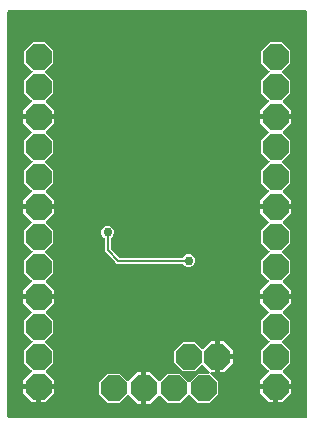
<source format=gbl>
G04 EAGLE Gerber X2 export*
%TF.Part,Single*%
%TF.FileFunction,Copper,L2,Bot,Mixed*%
%TF.FilePolarity,Positive*%
%TF.GenerationSoftware,Autodesk,EAGLE,9.0.0*%
%TF.CreationDate,2018-06-07T14:32:50Z*%
G75*
%MOMM*%
%FSLAX34Y34*%
%LPD*%
%AMOC8*
5,1,8,0,0,1.08239X$1,22.5*%
G01*
%ADD10P,2.336880X8X112.500000*%
%ADD11P,2.336880X8X292.500000*%
%ADD12P,2.336880X8X22.500000*%
%ADD13C,0.756400*%
%ADD14C,0.203200*%

G36*
X251518Y-1007D02*
X251518Y-1007D01*
X251576Y-1009D01*
X251658Y-987D01*
X251742Y-975D01*
X251795Y-952D01*
X251851Y-937D01*
X251924Y-894D01*
X252001Y-859D01*
X252046Y-821D01*
X252096Y-792D01*
X252154Y-730D01*
X252218Y-676D01*
X252250Y-627D01*
X252290Y-584D01*
X252329Y-509D01*
X252376Y-439D01*
X252393Y-383D01*
X252420Y-331D01*
X252431Y-263D01*
X252461Y-168D01*
X252464Y-68D01*
X252475Y0D01*
X252475Y342900D01*
X252467Y342958D01*
X252469Y343016D01*
X252447Y343098D01*
X252435Y343182D01*
X252412Y343235D01*
X252397Y343291D01*
X252354Y343364D01*
X252319Y343441D01*
X252281Y343486D01*
X252252Y343536D01*
X252190Y343594D01*
X252136Y343658D01*
X252087Y343690D01*
X252044Y343730D01*
X251969Y343769D01*
X251899Y343816D01*
X251843Y343833D01*
X251791Y343860D01*
X251723Y343871D01*
X251628Y343901D01*
X251528Y343904D01*
X251460Y343915D01*
X0Y343915D01*
X-58Y343907D01*
X-116Y343909D01*
X-198Y343887D01*
X-282Y343875D01*
X-335Y343852D01*
X-391Y343837D01*
X-464Y343794D01*
X-541Y343759D01*
X-586Y343721D01*
X-636Y343692D01*
X-694Y343630D01*
X-758Y343576D01*
X-790Y343527D01*
X-830Y343484D01*
X-869Y343409D01*
X-916Y343339D01*
X-933Y343283D01*
X-960Y343231D01*
X-971Y343163D01*
X-1001Y343068D01*
X-1004Y342968D01*
X-1015Y342900D01*
X-1015Y0D01*
X-1007Y-58D01*
X-1009Y-116D01*
X-987Y-198D01*
X-975Y-282D01*
X-952Y-335D01*
X-937Y-391D01*
X-894Y-464D01*
X-859Y-541D01*
X-821Y-586D01*
X-792Y-636D01*
X-730Y-694D01*
X-676Y-758D01*
X-627Y-790D01*
X-584Y-830D01*
X-509Y-869D01*
X-439Y-916D01*
X-383Y-933D01*
X-331Y-960D01*
X-263Y-971D01*
X-168Y-1001D01*
X-68Y-1004D01*
X0Y-1015D01*
X251460Y-1015D01*
X251518Y-1007D01*
G37*
%LPC*%
G36*
X226059Y25399D02*
X226059Y25399D01*
X226059Y26416D01*
X226051Y26471D01*
X226052Y26513D01*
X226052Y26515D01*
X226052Y26532D01*
X226031Y26614D01*
X226019Y26697D01*
X225995Y26751D01*
X225981Y26807D01*
X225938Y26880D01*
X225903Y26957D01*
X225865Y27002D01*
X225835Y27052D01*
X225774Y27110D01*
X225719Y27174D01*
X225671Y27206D01*
X225628Y27246D01*
X225553Y27285D01*
X225483Y27331D01*
X225427Y27349D01*
X225375Y27376D01*
X225307Y27387D01*
X225212Y27417D01*
X225112Y27420D01*
X225044Y27431D01*
X212724Y27431D01*
X212724Y30924D01*
X219901Y38101D01*
X219936Y38147D01*
X219979Y38188D01*
X220021Y38260D01*
X220072Y38328D01*
X220093Y38382D01*
X220122Y38433D01*
X220143Y38514D01*
X220173Y38593D01*
X220178Y38652D01*
X220192Y38708D01*
X220190Y38793D01*
X220197Y38877D01*
X220185Y38934D01*
X220183Y38992D01*
X220157Y39073D01*
X220141Y39155D01*
X220114Y39207D01*
X220096Y39263D01*
X220056Y39319D01*
X220010Y39408D01*
X219941Y39480D01*
X219901Y39536D01*
X213740Y45697D01*
X213740Y55903D01*
X220619Y62782D01*
X220655Y62829D01*
X220697Y62869D01*
X220740Y62942D01*
X220790Y63009D01*
X220811Y63064D01*
X220841Y63114D01*
X220861Y63196D01*
X220892Y63275D01*
X220896Y63333D01*
X220911Y63390D01*
X220908Y63474D01*
X220915Y63558D01*
X220904Y63616D01*
X220902Y63674D01*
X220876Y63754D01*
X220859Y63837D01*
X220832Y63889D01*
X220814Y63945D01*
X220774Y64001D01*
X220728Y64089D01*
X220659Y64162D01*
X220619Y64218D01*
X213740Y71097D01*
X213740Y81303D01*
X219901Y87464D01*
X219936Y87510D01*
X219979Y87551D01*
X220021Y87623D01*
X220072Y87691D01*
X220093Y87746D01*
X220122Y87796D01*
X220143Y87878D01*
X220173Y87957D01*
X220178Y88015D01*
X220192Y88071D01*
X220190Y88156D01*
X220197Y88240D01*
X220185Y88297D01*
X220183Y88356D01*
X220157Y88436D01*
X220141Y88519D01*
X220114Y88570D01*
X220096Y88626D01*
X220056Y88682D01*
X220010Y88771D01*
X219941Y88843D01*
X219901Y88899D01*
X212724Y96076D01*
X212724Y99569D01*
X225044Y99569D01*
X225102Y99577D01*
X225160Y99575D01*
X225242Y99597D01*
X225325Y99609D01*
X225379Y99633D01*
X225435Y99647D01*
X225508Y99690D01*
X225585Y99725D01*
X225629Y99763D01*
X225680Y99793D01*
X225737Y99854D01*
X225802Y99909D01*
X225834Y99957D01*
X225874Y100000D01*
X225913Y100075D01*
X225959Y100145D01*
X225977Y100201D01*
X226004Y100253D01*
X226015Y100321D01*
X226045Y100416D01*
X226048Y100516D01*
X226059Y100584D01*
X226059Y102616D01*
X226051Y102674D01*
X226052Y102732D01*
X226031Y102814D01*
X226019Y102897D01*
X225995Y102951D01*
X225981Y103007D01*
X225938Y103080D01*
X225903Y103157D01*
X225865Y103202D01*
X225835Y103252D01*
X225774Y103310D01*
X225719Y103374D01*
X225671Y103406D01*
X225628Y103446D01*
X225553Y103485D01*
X225483Y103531D01*
X225427Y103549D01*
X225375Y103576D01*
X225307Y103587D01*
X225212Y103617D01*
X225112Y103620D01*
X225044Y103631D01*
X212724Y103631D01*
X212724Y107124D01*
X219901Y114301D01*
X219936Y114347D01*
X219979Y114388D01*
X220021Y114460D01*
X220072Y114528D01*
X220093Y114582D01*
X220122Y114633D01*
X220143Y114714D01*
X220173Y114793D01*
X220178Y114852D01*
X220192Y114908D01*
X220190Y114993D01*
X220197Y115077D01*
X220185Y115134D01*
X220183Y115192D01*
X220157Y115273D01*
X220141Y115355D01*
X220114Y115407D01*
X220096Y115463D01*
X220056Y115519D01*
X220010Y115608D01*
X219941Y115680D01*
X219901Y115736D01*
X213740Y121897D01*
X213740Y132103D01*
X220619Y138982D01*
X220655Y139029D01*
X220697Y139069D01*
X220740Y139142D01*
X220790Y139209D01*
X220811Y139264D01*
X220841Y139314D01*
X220861Y139396D01*
X220892Y139475D01*
X220896Y139533D01*
X220911Y139590D01*
X220908Y139674D01*
X220915Y139758D01*
X220904Y139816D01*
X220902Y139874D01*
X220876Y139954D01*
X220859Y140037D01*
X220832Y140089D01*
X220814Y140145D01*
X220774Y140201D01*
X220728Y140289D01*
X220659Y140362D01*
X220619Y140418D01*
X213740Y147297D01*
X213740Y157503D01*
X219901Y163664D01*
X219936Y163710D01*
X219979Y163751D01*
X220021Y163823D01*
X220072Y163891D01*
X220093Y163946D01*
X220122Y163996D01*
X220143Y164078D01*
X220173Y164157D01*
X220178Y164215D01*
X220192Y164271D01*
X220190Y164356D01*
X220197Y164440D01*
X220185Y164497D01*
X220183Y164556D01*
X220157Y164636D01*
X220141Y164719D01*
X220114Y164770D01*
X220096Y164826D01*
X220056Y164882D01*
X220010Y164971D01*
X219941Y165043D01*
X219901Y165099D01*
X212724Y172276D01*
X212724Y175769D01*
X225044Y175769D01*
X225102Y175777D01*
X225160Y175775D01*
X225242Y175797D01*
X225325Y175809D01*
X225379Y175833D01*
X225435Y175847D01*
X225508Y175890D01*
X225585Y175925D01*
X225629Y175963D01*
X225680Y175993D01*
X225737Y176054D01*
X225802Y176109D01*
X225834Y176157D01*
X225874Y176200D01*
X225913Y176275D01*
X225959Y176345D01*
X225977Y176401D01*
X226004Y176453D01*
X226015Y176521D01*
X226045Y176616D01*
X226048Y176716D01*
X226059Y176784D01*
X226059Y178816D01*
X226051Y178874D01*
X226052Y178932D01*
X226031Y179014D01*
X226019Y179097D01*
X225995Y179151D01*
X225981Y179207D01*
X225938Y179280D01*
X225903Y179357D01*
X225865Y179402D01*
X225835Y179452D01*
X225774Y179510D01*
X225719Y179574D01*
X225671Y179606D01*
X225628Y179646D01*
X225553Y179685D01*
X225483Y179731D01*
X225427Y179749D01*
X225375Y179776D01*
X225307Y179787D01*
X225212Y179817D01*
X225112Y179820D01*
X225044Y179831D01*
X212724Y179831D01*
X212724Y183324D01*
X219901Y190501D01*
X219936Y190547D01*
X219979Y190588D01*
X220021Y190660D01*
X220072Y190728D01*
X220093Y190782D01*
X220122Y190833D01*
X220143Y190914D01*
X220173Y190993D01*
X220178Y191052D01*
X220192Y191108D01*
X220190Y191193D01*
X220197Y191277D01*
X220185Y191334D01*
X220183Y191392D01*
X220157Y191473D01*
X220141Y191555D01*
X220114Y191607D01*
X220096Y191663D01*
X220056Y191719D01*
X220010Y191808D01*
X219941Y191880D01*
X219901Y191936D01*
X213740Y198097D01*
X213740Y208303D01*
X220619Y215182D01*
X220655Y215229D01*
X220697Y215269D01*
X220740Y215342D01*
X220790Y215409D01*
X220811Y215464D01*
X220841Y215514D01*
X220861Y215596D01*
X220892Y215675D01*
X220896Y215733D01*
X220911Y215790D01*
X220908Y215874D01*
X220915Y215958D01*
X220904Y216016D01*
X220902Y216074D01*
X220876Y216154D01*
X220859Y216237D01*
X220832Y216289D01*
X220814Y216345D01*
X220774Y216401D01*
X220728Y216489D01*
X220659Y216562D01*
X220619Y216618D01*
X213740Y223497D01*
X213740Y233703D01*
X219901Y239864D01*
X219936Y239910D01*
X219979Y239951D01*
X220021Y240023D01*
X220072Y240091D01*
X220093Y240146D01*
X220122Y240196D01*
X220143Y240278D01*
X220173Y240357D01*
X220178Y240415D01*
X220192Y240471D01*
X220190Y240556D01*
X220197Y240640D01*
X220185Y240697D01*
X220183Y240756D01*
X220157Y240836D01*
X220141Y240919D01*
X220114Y240970D01*
X220096Y241026D01*
X220056Y241082D01*
X220010Y241171D01*
X219954Y241230D01*
X219942Y241250D01*
X219925Y241266D01*
X219901Y241299D01*
X212724Y248476D01*
X212724Y251969D01*
X225044Y251969D01*
X225102Y251977D01*
X225160Y251975D01*
X225242Y251997D01*
X225325Y252009D01*
X225379Y252033D01*
X225435Y252047D01*
X225508Y252090D01*
X225585Y252125D01*
X225629Y252163D01*
X225680Y252193D01*
X225737Y252254D01*
X225802Y252309D01*
X225834Y252357D01*
X225874Y252400D01*
X225913Y252475D01*
X225959Y252545D01*
X225977Y252601D01*
X226004Y252653D01*
X226015Y252721D01*
X226045Y252816D01*
X226048Y252916D01*
X226059Y252984D01*
X226059Y255016D01*
X226051Y255074D01*
X226052Y255132D01*
X226031Y255214D01*
X226019Y255297D01*
X225995Y255351D01*
X225981Y255407D01*
X225938Y255480D01*
X225903Y255557D01*
X225865Y255602D01*
X225835Y255652D01*
X225774Y255710D01*
X225719Y255774D01*
X225671Y255806D01*
X225628Y255846D01*
X225553Y255885D01*
X225483Y255931D01*
X225427Y255949D01*
X225375Y255976D01*
X225307Y255987D01*
X225212Y256017D01*
X225112Y256020D01*
X225044Y256031D01*
X212724Y256031D01*
X212724Y259524D01*
X219901Y266701D01*
X219936Y266747D01*
X219979Y266788D01*
X220021Y266860D01*
X220072Y266928D01*
X220093Y266982D01*
X220122Y267033D01*
X220143Y267114D01*
X220173Y267193D01*
X220178Y267252D01*
X220192Y267308D01*
X220190Y267393D01*
X220197Y267477D01*
X220185Y267534D01*
X220183Y267592D01*
X220157Y267673D01*
X220141Y267755D01*
X220114Y267807D01*
X220096Y267863D01*
X220056Y267919D01*
X220010Y268008D01*
X219941Y268080D01*
X219901Y268136D01*
X213740Y274297D01*
X213740Y284503D01*
X220619Y291382D01*
X220655Y291429D01*
X220697Y291469D01*
X220740Y291542D01*
X220790Y291609D01*
X220811Y291664D01*
X220841Y291714D01*
X220861Y291796D01*
X220892Y291875D01*
X220896Y291933D01*
X220911Y291990D01*
X220908Y292074D01*
X220915Y292158D01*
X220904Y292216D01*
X220902Y292274D01*
X220876Y292354D01*
X220859Y292437D01*
X220832Y292489D01*
X220814Y292545D01*
X220774Y292601D01*
X220728Y292689D01*
X220659Y292762D01*
X220619Y292818D01*
X213740Y299697D01*
X213740Y309903D01*
X220957Y317120D01*
X231163Y317120D01*
X238380Y309903D01*
X238380Y299697D01*
X231501Y292818D01*
X231466Y292771D01*
X231423Y292731D01*
X231380Y292658D01*
X231330Y292591D01*
X231309Y292536D01*
X231279Y292486D01*
X231259Y292404D01*
X231228Y292325D01*
X231224Y292267D01*
X231209Y292210D01*
X231212Y292126D01*
X231205Y292042D01*
X231216Y291984D01*
X231218Y291926D01*
X231244Y291846D01*
X231261Y291763D01*
X231288Y291711D01*
X231306Y291655D01*
X231346Y291599D01*
X231392Y291511D01*
X231461Y291438D01*
X231501Y291382D01*
X238380Y284503D01*
X238380Y274297D01*
X232219Y268136D01*
X232184Y268090D01*
X232141Y268049D01*
X232099Y267977D01*
X232048Y267909D01*
X232027Y267854D01*
X231998Y267804D01*
X231977Y267722D01*
X231947Y267643D01*
X231942Y267585D01*
X231928Y267529D01*
X231930Y267444D01*
X231923Y267360D01*
X231935Y267303D01*
X231937Y267244D01*
X231963Y267164D01*
X231979Y267081D01*
X232006Y267030D01*
X232024Y266974D01*
X232064Y266918D01*
X232110Y266829D01*
X232179Y266757D01*
X232219Y266701D01*
X239396Y259524D01*
X239396Y256031D01*
X227076Y256031D01*
X227018Y256023D01*
X226960Y256025D01*
X226878Y256003D01*
X226795Y255991D01*
X226741Y255967D01*
X226685Y255953D01*
X226612Y255910D01*
X226535Y255875D01*
X226491Y255837D01*
X226440Y255807D01*
X226383Y255746D01*
X226318Y255691D01*
X226286Y255643D01*
X226246Y255600D01*
X226207Y255525D01*
X226161Y255455D01*
X226143Y255399D01*
X226116Y255347D01*
X226105Y255279D01*
X226075Y255184D01*
X226072Y255084D01*
X226061Y255016D01*
X226061Y252984D01*
X226069Y252926D01*
X226068Y252868D01*
X226089Y252786D01*
X226101Y252703D01*
X226125Y252649D01*
X226139Y252593D01*
X226182Y252520D01*
X226217Y252443D01*
X226255Y252398D01*
X226285Y252348D01*
X226346Y252290D01*
X226401Y252226D01*
X226449Y252194D01*
X226492Y252154D01*
X226567Y252115D01*
X226637Y252069D01*
X226693Y252051D01*
X226745Y252024D01*
X226813Y252013D01*
X226908Y251983D01*
X227008Y251980D01*
X227076Y251969D01*
X239396Y251969D01*
X239396Y248476D01*
X232219Y241299D01*
X232212Y241290D01*
X232211Y241289D01*
X232184Y241253D01*
X232141Y241212D01*
X232099Y241140D01*
X232048Y241072D01*
X232027Y241018D01*
X231998Y240967D01*
X231977Y240886D01*
X231947Y240807D01*
X231942Y240748D01*
X231928Y240692D01*
X231930Y240607D01*
X231923Y240523D01*
X231935Y240466D01*
X231937Y240408D01*
X231963Y240327D01*
X231979Y240245D01*
X232006Y240193D01*
X232024Y240137D01*
X232064Y240081D01*
X232110Y239992D01*
X232179Y239920D01*
X232219Y239864D01*
X238380Y233703D01*
X238380Y223497D01*
X231501Y216618D01*
X231466Y216571D01*
X231423Y216531D01*
X231380Y216458D01*
X231330Y216391D01*
X231309Y216336D01*
X231279Y216286D01*
X231259Y216204D01*
X231228Y216125D01*
X231224Y216067D01*
X231209Y216010D01*
X231212Y215926D01*
X231205Y215842D01*
X231216Y215784D01*
X231218Y215726D01*
X231244Y215646D01*
X231261Y215563D01*
X231288Y215511D01*
X231306Y215455D01*
X231346Y215399D01*
X231392Y215311D01*
X231461Y215238D01*
X231501Y215182D01*
X238380Y208303D01*
X238380Y198097D01*
X232219Y191936D01*
X232184Y191890D01*
X232141Y191849D01*
X232099Y191777D01*
X232048Y191709D01*
X232027Y191654D01*
X231998Y191604D01*
X231977Y191522D01*
X231947Y191443D01*
X231942Y191385D01*
X231928Y191329D01*
X231930Y191244D01*
X231923Y191160D01*
X231935Y191103D01*
X231937Y191044D01*
X231963Y190964D01*
X231979Y190881D01*
X232006Y190830D01*
X232024Y190774D01*
X232064Y190718D01*
X232110Y190629D01*
X232179Y190557D01*
X232219Y190501D01*
X239396Y183324D01*
X239396Y179831D01*
X227076Y179831D01*
X227018Y179823D01*
X226960Y179825D01*
X226878Y179803D01*
X226795Y179791D01*
X226741Y179767D01*
X226685Y179753D01*
X226612Y179710D01*
X226535Y179675D01*
X226491Y179637D01*
X226440Y179607D01*
X226383Y179546D01*
X226318Y179491D01*
X226286Y179443D01*
X226246Y179400D01*
X226207Y179325D01*
X226161Y179255D01*
X226143Y179199D01*
X226116Y179147D01*
X226105Y179079D01*
X226075Y178984D01*
X226072Y178884D01*
X226061Y178816D01*
X226061Y176784D01*
X226069Y176726D01*
X226068Y176668D01*
X226089Y176586D01*
X226101Y176503D01*
X226125Y176449D01*
X226139Y176393D01*
X226182Y176320D01*
X226217Y176243D01*
X226255Y176198D01*
X226285Y176148D01*
X226346Y176090D01*
X226401Y176026D01*
X226449Y175994D01*
X226492Y175954D01*
X226567Y175915D01*
X226637Y175869D01*
X226693Y175851D01*
X226745Y175824D01*
X226813Y175813D01*
X226908Y175783D01*
X227008Y175780D01*
X227076Y175769D01*
X239396Y175769D01*
X239396Y172276D01*
X232219Y165099D01*
X232184Y165053D01*
X232141Y165012D01*
X232099Y164940D01*
X232048Y164872D01*
X232027Y164818D01*
X231998Y164767D01*
X231977Y164686D01*
X231947Y164607D01*
X231942Y164548D01*
X231928Y164492D01*
X231930Y164407D01*
X231923Y164323D01*
X231935Y164266D01*
X231937Y164208D01*
X231963Y164127D01*
X231979Y164045D01*
X232006Y163993D01*
X232024Y163937D01*
X232064Y163881D01*
X232110Y163792D01*
X232179Y163720D01*
X232219Y163664D01*
X238380Y157503D01*
X238380Y147297D01*
X231501Y140418D01*
X231466Y140371D01*
X231423Y140331D01*
X231380Y140258D01*
X231330Y140191D01*
X231309Y140136D01*
X231279Y140086D01*
X231259Y140004D01*
X231228Y139925D01*
X231224Y139867D01*
X231209Y139810D01*
X231212Y139726D01*
X231205Y139642D01*
X231216Y139584D01*
X231218Y139526D01*
X231244Y139446D01*
X231261Y139363D01*
X231288Y139311D01*
X231306Y139255D01*
X231346Y139199D01*
X231392Y139111D01*
X231461Y139038D01*
X231501Y138982D01*
X238380Y132103D01*
X238380Y121897D01*
X232219Y115736D01*
X232184Y115690D01*
X232141Y115649D01*
X232099Y115577D01*
X232048Y115509D01*
X232027Y115454D01*
X231998Y115404D01*
X231977Y115322D01*
X231947Y115243D01*
X231942Y115185D01*
X231928Y115129D01*
X231930Y115044D01*
X231923Y114960D01*
X231935Y114903D01*
X231937Y114844D01*
X231963Y114764D01*
X231979Y114681D01*
X232006Y114630D01*
X232024Y114574D01*
X232064Y114518D01*
X232110Y114429D01*
X232179Y114357D01*
X232219Y114301D01*
X239396Y107124D01*
X239396Y103631D01*
X227076Y103631D01*
X227018Y103623D01*
X226960Y103625D01*
X226878Y103603D01*
X226795Y103591D01*
X226741Y103567D01*
X226685Y103553D01*
X226612Y103510D01*
X226535Y103475D01*
X226491Y103437D01*
X226440Y103407D01*
X226383Y103346D01*
X226318Y103291D01*
X226286Y103243D01*
X226246Y103200D01*
X226207Y103125D01*
X226161Y103055D01*
X226143Y102999D01*
X226116Y102947D01*
X226105Y102879D01*
X226075Y102784D01*
X226072Y102684D01*
X226061Y102616D01*
X226061Y100584D01*
X226069Y100526D01*
X226068Y100468D01*
X226089Y100386D01*
X226101Y100303D01*
X226125Y100249D01*
X226139Y100193D01*
X226182Y100120D01*
X226217Y100043D01*
X226255Y99998D01*
X226285Y99948D01*
X226346Y99890D01*
X226401Y99826D01*
X226449Y99794D01*
X226492Y99754D01*
X226567Y99715D01*
X226637Y99669D01*
X226693Y99651D01*
X226745Y99624D01*
X226813Y99613D01*
X226908Y99583D01*
X227008Y99580D01*
X227076Y99569D01*
X239396Y99569D01*
X239396Y96076D01*
X232219Y88899D01*
X232184Y88853D01*
X232141Y88812D01*
X232099Y88740D01*
X232048Y88672D01*
X232027Y88618D01*
X231998Y88567D01*
X231977Y88486D01*
X231947Y88407D01*
X231942Y88348D01*
X231928Y88292D01*
X231930Y88207D01*
X231923Y88123D01*
X231935Y88066D01*
X231937Y88008D01*
X231963Y87927D01*
X231979Y87845D01*
X232006Y87793D01*
X232024Y87737D01*
X232064Y87681D01*
X232110Y87592D01*
X232179Y87520D01*
X232219Y87464D01*
X238380Y81303D01*
X238380Y71097D01*
X231501Y64218D01*
X231466Y64171D01*
X231423Y64131D01*
X231380Y64058D01*
X231330Y63991D01*
X231309Y63936D01*
X231279Y63886D01*
X231259Y63804D01*
X231228Y63725D01*
X231224Y63667D01*
X231209Y63610D01*
X231212Y63526D01*
X231205Y63442D01*
X231216Y63384D01*
X231218Y63326D01*
X231244Y63246D01*
X231261Y63163D01*
X231288Y63111D01*
X231306Y63055D01*
X231346Y62999D01*
X231392Y62911D01*
X231461Y62838D01*
X231501Y62782D01*
X238380Y55903D01*
X238380Y45697D01*
X232219Y39536D01*
X232184Y39490D01*
X232141Y39449D01*
X232099Y39377D01*
X232048Y39309D01*
X232027Y39254D01*
X231998Y39204D01*
X231977Y39122D01*
X231947Y39043D01*
X231942Y38985D01*
X231928Y38929D01*
X231930Y38844D01*
X231923Y38760D01*
X231935Y38703D01*
X231937Y38644D01*
X231963Y38564D01*
X231979Y38481D01*
X232006Y38430D01*
X232024Y38374D01*
X232064Y38318D01*
X232110Y38229D01*
X232179Y38157D01*
X232219Y38101D01*
X239396Y30924D01*
X239396Y27431D01*
X227076Y27431D01*
X227018Y27423D01*
X226960Y27425D01*
X226878Y27403D01*
X226795Y27391D01*
X226741Y27367D01*
X226685Y27353D01*
X226612Y27310D01*
X226535Y27275D01*
X226491Y27237D01*
X226440Y27207D01*
X226383Y27146D01*
X226318Y27091D01*
X226286Y27043D01*
X226246Y27000D01*
X226207Y26925D01*
X226161Y26855D01*
X226143Y26799D01*
X226116Y26747D01*
X226105Y26679D01*
X226075Y26584D01*
X226072Y26484D01*
X226061Y26416D01*
X226061Y25399D01*
X226059Y25399D01*
G37*
%LPD*%
%LPC*%
G36*
X25399Y25399D02*
X25399Y25399D01*
X25399Y26416D01*
X25391Y26471D01*
X25392Y26513D01*
X25392Y26515D01*
X25392Y26532D01*
X25371Y26614D01*
X25359Y26697D01*
X25335Y26751D01*
X25321Y26807D01*
X25278Y26880D01*
X25243Y26957D01*
X25205Y27002D01*
X25175Y27052D01*
X25114Y27110D01*
X25059Y27174D01*
X25011Y27206D01*
X24968Y27246D01*
X24893Y27285D01*
X24823Y27331D01*
X24767Y27349D01*
X24715Y27376D01*
X24647Y27387D01*
X24552Y27417D01*
X24452Y27420D01*
X24384Y27431D01*
X12064Y27431D01*
X12064Y30924D01*
X19241Y38101D01*
X19276Y38147D01*
X19319Y38188D01*
X19361Y38260D01*
X19412Y38328D01*
X19433Y38382D01*
X19462Y38433D01*
X19483Y38514D01*
X19513Y38593D01*
X19518Y38652D01*
X19532Y38708D01*
X19530Y38793D01*
X19537Y38877D01*
X19525Y38934D01*
X19523Y38992D01*
X19497Y39073D01*
X19481Y39155D01*
X19454Y39207D01*
X19436Y39263D01*
X19396Y39319D01*
X19350Y39408D01*
X19281Y39480D01*
X19241Y39536D01*
X13080Y45697D01*
X13080Y55903D01*
X19959Y62782D01*
X19995Y62829D01*
X20037Y62869D01*
X20080Y62942D01*
X20130Y63009D01*
X20151Y63064D01*
X20181Y63114D01*
X20201Y63196D01*
X20232Y63275D01*
X20236Y63333D01*
X20251Y63390D01*
X20248Y63474D01*
X20255Y63558D01*
X20244Y63616D01*
X20242Y63674D01*
X20216Y63754D01*
X20199Y63837D01*
X20172Y63889D01*
X20154Y63945D01*
X20114Y64001D01*
X20068Y64089D01*
X19999Y64162D01*
X19959Y64218D01*
X13080Y71097D01*
X13080Y81303D01*
X19241Y87464D01*
X19276Y87510D01*
X19319Y87551D01*
X19361Y87623D01*
X19412Y87691D01*
X19433Y87746D01*
X19462Y87796D01*
X19483Y87878D01*
X19513Y87957D01*
X19518Y88015D01*
X19532Y88071D01*
X19530Y88156D01*
X19537Y88240D01*
X19525Y88297D01*
X19523Y88356D01*
X19497Y88436D01*
X19481Y88519D01*
X19454Y88570D01*
X19436Y88626D01*
X19396Y88682D01*
X19350Y88771D01*
X19281Y88843D01*
X19241Y88899D01*
X12064Y96076D01*
X12064Y99569D01*
X24384Y99569D01*
X24442Y99577D01*
X24500Y99575D01*
X24582Y99597D01*
X24665Y99609D01*
X24719Y99633D01*
X24775Y99647D01*
X24848Y99690D01*
X24925Y99725D01*
X24969Y99763D01*
X25020Y99793D01*
X25077Y99854D01*
X25142Y99909D01*
X25174Y99957D01*
X25214Y100000D01*
X25253Y100075D01*
X25299Y100145D01*
X25317Y100201D01*
X25344Y100253D01*
X25355Y100321D01*
X25385Y100416D01*
X25388Y100516D01*
X25399Y100584D01*
X25399Y102616D01*
X25391Y102674D01*
X25392Y102732D01*
X25371Y102814D01*
X25359Y102897D01*
X25335Y102951D01*
X25321Y103007D01*
X25278Y103080D01*
X25243Y103157D01*
X25205Y103202D01*
X25175Y103252D01*
X25114Y103310D01*
X25059Y103374D01*
X25011Y103406D01*
X24968Y103446D01*
X24893Y103485D01*
X24823Y103531D01*
X24767Y103549D01*
X24715Y103576D01*
X24647Y103587D01*
X24552Y103617D01*
X24452Y103620D01*
X24384Y103631D01*
X12064Y103631D01*
X12064Y107124D01*
X19241Y114301D01*
X19276Y114347D01*
X19319Y114388D01*
X19361Y114460D01*
X19412Y114528D01*
X19433Y114582D01*
X19462Y114633D01*
X19483Y114714D01*
X19513Y114793D01*
X19518Y114852D01*
X19532Y114908D01*
X19530Y114993D01*
X19537Y115077D01*
X19525Y115134D01*
X19523Y115192D01*
X19497Y115273D01*
X19481Y115355D01*
X19454Y115407D01*
X19436Y115463D01*
X19396Y115519D01*
X19350Y115608D01*
X19281Y115680D01*
X19241Y115736D01*
X13080Y121897D01*
X13080Y132103D01*
X19959Y138982D01*
X19995Y139029D01*
X20037Y139069D01*
X20080Y139142D01*
X20130Y139209D01*
X20151Y139264D01*
X20181Y139314D01*
X20201Y139396D01*
X20232Y139475D01*
X20236Y139533D01*
X20251Y139590D01*
X20248Y139674D01*
X20255Y139758D01*
X20244Y139816D01*
X20242Y139874D01*
X20216Y139954D01*
X20199Y140037D01*
X20172Y140089D01*
X20154Y140145D01*
X20114Y140201D01*
X20068Y140289D01*
X19999Y140362D01*
X19959Y140418D01*
X13080Y147297D01*
X13080Y157503D01*
X19241Y163664D01*
X19276Y163710D01*
X19319Y163751D01*
X19361Y163823D01*
X19412Y163891D01*
X19433Y163946D01*
X19462Y163996D01*
X19483Y164078D01*
X19513Y164157D01*
X19518Y164215D01*
X19532Y164271D01*
X19530Y164356D01*
X19537Y164440D01*
X19525Y164497D01*
X19523Y164556D01*
X19497Y164636D01*
X19481Y164719D01*
X19454Y164770D01*
X19436Y164826D01*
X19396Y164882D01*
X19350Y164971D01*
X19281Y165043D01*
X19241Y165099D01*
X12064Y172276D01*
X12064Y175769D01*
X24384Y175769D01*
X24442Y175777D01*
X24500Y175775D01*
X24582Y175797D01*
X24665Y175809D01*
X24719Y175833D01*
X24775Y175847D01*
X24848Y175890D01*
X24925Y175925D01*
X24969Y175963D01*
X25020Y175993D01*
X25077Y176054D01*
X25142Y176109D01*
X25174Y176157D01*
X25214Y176200D01*
X25253Y176275D01*
X25299Y176345D01*
X25317Y176401D01*
X25344Y176453D01*
X25355Y176521D01*
X25385Y176616D01*
X25388Y176716D01*
X25399Y176784D01*
X25399Y178816D01*
X25391Y178874D01*
X25392Y178932D01*
X25371Y179014D01*
X25359Y179097D01*
X25335Y179151D01*
X25321Y179207D01*
X25278Y179280D01*
X25243Y179357D01*
X25205Y179402D01*
X25175Y179452D01*
X25114Y179510D01*
X25059Y179574D01*
X25011Y179606D01*
X24968Y179646D01*
X24893Y179685D01*
X24823Y179731D01*
X24767Y179749D01*
X24715Y179776D01*
X24647Y179787D01*
X24552Y179817D01*
X24452Y179820D01*
X24384Y179831D01*
X12064Y179831D01*
X12064Y183324D01*
X19241Y190501D01*
X19276Y190547D01*
X19319Y190588D01*
X19361Y190660D01*
X19412Y190728D01*
X19433Y190782D01*
X19462Y190833D01*
X19483Y190914D01*
X19513Y190993D01*
X19518Y191052D01*
X19532Y191108D01*
X19530Y191193D01*
X19537Y191277D01*
X19525Y191334D01*
X19523Y191392D01*
X19497Y191473D01*
X19481Y191555D01*
X19454Y191607D01*
X19436Y191663D01*
X19396Y191719D01*
X19350Y191808D01*
X19281Y191880D01*
X19241Y191936D01*
X13080Y198097D01*
X13080Y208303D01*
X19959Y215182D01*
X19995Y215229D01*
X20037Y215269D01*
X20080Y215342D01*
X20130Y215409D01*
X20151Y215464D01*
X20181Y215514D01*
X20201Y215596D01*
X20232Y215675D01*
X20236Y215733D01*
X20251Y215790D01*
X20248Y215874D01*
X20255Y215958D01*
X20244Y216016D01*
X20242Y216074D01*
X20216Y216154D01*
X20199Y216237D01*
X20172Y216289D01*
X20154Y216345D01*
X20114Y216401D01*
X20068Y216489D01*
X19999Y216562D01*
X19959Y216618D01*
X13080Y223497D01*
X13080Y233703D01*
X19241Y239864D01*
X19276Y239910D01*
X19319Y239951D01*
X19361Y240023D01*
X19412Y240091D01*
X19433Y240146D01*
X19462Y240196D01*
X19483Y240278D01*
X19513Y240357D01*
X19518Y240415D01*
X19532Y240471D01*
X19530Y240556D01*
X19537Y240640D01*
X19525Y240697D01*
X19523Y240756D01*
X19497Y240836D01*
X19481Y240919D01*
X19454Y240970D01*
X19436Y241026D01*
X19396Y241082D01*
X19350Y241171D01*
X19294Y241230D01*
X19282Y241250D01*
X19265Y241266D01*
X19241Y241299D01*
X12064Y248476D01*
X12064Y251969D01*
X24384Y251969D01*
X24442Y251977D01*
X24500Y251975D01*
X24582Y251997D01*
X24665Y252009D01*
X24719Y252033D01*
X24775Y252047D01*
X24848Y252090D01*
X24925Y252125D01*
X24969Y252163D01*
X25020Y252193D01*
X25077Y252254D01*
X25142Y252309D01*
X25174Y252357D01*
X25214Y252400D01*
X25253Y252475D01*
X25299Y252545D01*
X25317Y252601D01*
X25344Y252653D01*
X25355Y252721D01*
X25385Y252816D01*
X25388Y252916D01*
X25399Y252984D01*
X25399Y255016D01*
X25391Y255074D01*
X25392Y255132D01*
X25371Y255214D01*
X25359Y255297D01*
X25335Y255351D01*
X25321Y255407D01*
X25278Y255480D01*
X25243Y255557D01*
X25205Y255602D01*
X25175Y255652D01*
X25114Y255710D01*
X25059Y255774D01*
X25011Y255806D01*
X24968Y255846D01*
X24893Y255885D01*
X24823Y255931D01*
X24767Y255949D01*
X24715Y255976D01*
X24647Y255987D01*
X24552Y256017D01*
X24452Y256020D01*
X24384Y256031D01*
X12064Y256031D01*
X12064Y259524D01*
X19241Y266701D01*
X19276Y266747D01*
X19319Y266788D01*
X19361Y266860D01*
X19412Y266928D01*
X19433Y266982D01*
X19462Y267033D01*
X19483Y267114D01*
X19513Y267193D01*
X19518Y267252D01*
X19532Y267308D01*
X19530Y267393D01*
X19537Y267477D01*
X19525Y267534D01*
X19523Y267592D01*
X19497Y267673D01*
X19481Y267755D01*
X19454Y267807D01*
X19436Y267863D01*
X19396Y267919D01*
X19350Y268008D01*
X19281Y268080D01*
X19241Y268136D01*
X13080Y274297D01*
X13080Y284503D01*
X19959Y291382D01*
X19995Y291429D01*
X20037Y291469D01*
X20080Y291542D01*
X20130Y291609D01*
X20151Y291664D01*
X20181Y291714D01*
X20201Y291796D01*
X20232Y291875D01*
X20236Y291933D01*
X20251Y291990D01*
X20248Y292074D01*
X20255Y292158D01*
X20244Y292216D01*
X20242Y292274D01*
X20216Y292354D01*
X20199Y292437D01*
X20172Y292489D01*
X20154Y292545D01*
X20114Y292601D01*
X20068Y292689D01*
X19999Y292762D01*
X19959Y292818D01*
X13080Y299697D01*
X13080Y309903D01*
X20297Y317120D01*
X30503Y317120D01*
X37720Y309903D01*
X37720Y299697D01*
X30841Y292818D01*
X30806Y292771D01*
X30763Y292731D01*
X30720Y292658D01*
X30670Y292591D01*
X30649Y292536D01*
X30619Y292486D01*
X30599Y292404D01*
X30568Y292325D01*
X30564Y292267D01*
X30549Y292210D01*
X30552Y292126D01*
X30545Y292042D01*
X30556Y291984D01*
X30558Y291926D01*
X30584Y291846D01*
X30601Y291763D01*
X30628Y291711D01*
X30646Y291655D01*
X30686Y291599D01*
X30732Y291511D01*
X30801Y291438D01*
X30841Y291382D01*
X37720Y284503D01*
X37720Y274297D01*
X31559Y268136D01*
X31524Y268090D01*
X31481Y268049D01*
X31439Y267977D01*
X31388Y267909D01*
X31367Y267854D01*
X31338Y267804D01*
X31317Y267722D01*
X31287Y267643D01*
X31282Y267585D01*
X31268Y267529D01*
X31270Y267444D01*
X31263Y267360D01*
X31275Y267303D01*
X31277Y267244D01*
X31303Y267164D01*
X31319Y267081D01*
X31346Y267030D01*
X31364Y266974D01*
X31404Y266918D01*
X31450Y266829D01*
X31519Y266757D01*
X31559Y266701D01*
X38736Y259524D01*
X38736Y256031D01*
X26416Y256031D01*
X26358Y256023D01*
X26300Y256025D01*
X26218Y256003D01*
X26135Y255991D01*
X26081Y255967D01*
X26025Y255953D01*
X25952Y255910D01*
X25875Y255875D01*
X25831Y255837D01*
X25780Y255807D01*
X25723Y255746D01*
X25658Y255691D01*
X25626Y255643D01*
X25586Y255600D01*
X25547Y255525D01*
X25501Y255455D01*
X25483Y255399D01*
X25456Y255347D01*
X25445Y255279D01*
X25415Y255184D01*
X25412Y255084D01*
X25401Y255016D01*
X25401Y252984D01*
X25409Y252926D01*
X25408Y252868D01*
X25429Y252786D01*
X25441Y252703D01*
X25465Y252649D01*
X25479Y252593D01*
X25522Y252520D01*
X25557Y252443D01*
X25595Y252398D01*
X25625Y252348D01*
X25686Y252290D01*
X25741Y252226D01*
X25789Y252194D01*
X25832Y252154D01*
X25907Y252115D01*
X25977Y252069D01*
X26033Y252051D01*
X26085Y252024D01*
X26153Y252013D01*
X26248Y251983D01*
X26348Y251980D01*
X26416Y251969D01*
X38736Y251969D01*
X38736Y248476D01*
X31559Y241299D01*
X31552Y241290D01*
X31551Y241289D01*
X31524Y241253D01*
X31481Y241212D01*
X31439Y241140D01*
X31388Y241072D01*
X31367Y241018D01*
X31338Y240967D01*
X31317Y240886D01*
X31287Y240807D01*
X31282Y240748D01*
X31268Y240692D01*
X31270Y240607D01*
X31263Y240523D01*
X31275Y240466D01*
X31277Y240408D01*
X31303Y240327D01*
X31319Y240245D01*
X31346Y240193D01*
X31364Y240137D01*
X31404Y240081D01*
X31450Y239992D01*
X31519Y239920D01*
X31559Y239864D01*
X37720Y233703D01*
X37720Y223497D01*
X30841Y216618D01*
X30806Y216571D01*
X30763Y216531D01*
X30720Y216458D01*
X30670Y216391D01*
X30649Y216336D01*
X30619Y216286D01*
X30599Y216204D01*
X30568Y216125D01*
X30564Y216067D01*
X30549Y216010D01*
X30552Y215926D01*
X30545Y215842D01*
X30556Y215784D01*
X30558Y215726D01*
X30584Y215646D01*
X30601Y215563D01*
X30628Y215511D01*
X30646Y215455D01*
X30686Y215399D01*
X30732Y215311D01*
X30801Y215238D01*
X30841Y215182D01*
X37720Y208303D01*
X37720Y198097D01*
X31559Y191936D01*
X31524Y191890D01*
X31481Y191849D01*
X31439Y191777D01*
X31388Y191709D01*
X31367Y191654D01*
X31338Y191604D01*
X31317Y191522D01*
X31287Y191443D01*
X31282Y191385D01*
X31268Y191329D01*
X31270Y191244D01*
X31263Y191160D01*
X31275Y191103D01*
X31277Y191044D01*
X31303Y190964D01*
X31319Y190881D01*
X31346Y190830D01*
X31364Y190774D01*
X31404Y190718D01*
X31450Y190629D01*
X31519Y190557D01*
X31559Y190501D01*
X38736Y183324D01*
X38736Y179831D01*
X26416Y179831D01*
X26358Y179823D01*
X26300Y179825D01*
X26218Y179803D01*
X26135Y179791D01*
X26081Y179767D01*
X26025Y179753D01*
X25952Y179710D01*
X25875Y179675D01*
X25831Y179637D01*
X25780Y179607D01*
X25723Y179546D01*
X25658Y179491D01*
X25626Y179443D01*
X25586Y179400D01*
X25547Y179325D01*
X25501Y179255D01*
X25483Y179199D01*
X25456Y179147D01*
X25445Y179079D01*
X25415Y178984D01*
X25412Y178884D01*
X25401Y178816D01*
X25401Y176784D01*
X25409Y176726D01*
X25408Y176668D01*
X25429Y176586D01*
X25441Y176503D01*
X25465Y176449D01*
X25479Y176393D01*
X25522Y176320D01*
X25557Y176243D01*
X25595Y176198D01*
X25625Y176148D01*
X25686Y176090D01*
X25741Y176026D01*
X25789Y175994D01*
X25832Y175954D01*
X25907Y175915D01*
X25977Y175869D01*
X26033Y175851D01*
X26085Y175824D01*
X26153Y175813D01*
X26248Y175783D01*
X26348Y175780D01*
X26416Y175769D01*
X38736Y175769D01*
X38736Y172276D01*
X31559Y165099D01*
X31524Y165053D01*
X31481Y165012D01*
X31439Y164940D01*
X31388Y164872D01*
X31367Y164818D01*
X31338Y164767D01*
X31317Y164686D01*
X31287Y164607D01*
X31282Y164548D01*
X31268Y164492D01*
X31270Y164407D01*
X31263Y164323D01*
X31275Y164266D01*
X31277Y164208D01*
X31303Y164127D01*
X31319Y164045D01*
X31346Y163993D01*
X31364Y163937D01*
X31404Y163881D01*
X31450Y163792D01*
X31519Y163720D01*
X31559Y163664D01*
X37720Y157503D01*
X37720Y147297D01*
X30841Y140418D01*
X30806Y140371D01*
X30763Y140331D01*
X30720Y140258D01*
X30670Y140191D01*
X30649Y140136D01*
X30619Y140086D01*
X30599Y140004D01*
X30568Y139925D01*
X30564Y139867D01*
X30549Y139810D01*
X30552Y139726D01*
X30545Y139642D01*
X30556Y139584D01*
X30558Y139526D01*
X30584Y139446D01*
X30601Y139363D01*
X30628Y139311D01*
X30646Y139255D01*
X30686Y139199D01*
X30732Y139111D01*
X30801Y139038D01*
X30841Y138982D01*
X37720Y132103D01*
X37720Y121897D01*
X31559Y115736D01*
X31524Y115690D01*
X31481Y115649D01*
X31439Y115577D01*
X31388Y115509D01*
X31367Y115454D01*
X31338Y115404D01*
X31317Y115322D01*
X31287Y115243D01*
X31282Y115185D01*
X31268Y115129D01*
X31270Y115044D01*
X31263Y114960D01*
X31275Y114903D01*
X31277Y114844D01*
X31303Y114764D01*
X31319Y114681D01*
X31346Y114630D01*
X31364Y114574D01*
X31404Y114518D01*
X31450Y114429D01*
X31519Y114357D01*
X31559Y114301D01*
X38736Y107124D01*
X38736Y103631D01*
X26416Y103631D01*
X26358Y103623D01*
X26300Y103625D01*
X26218Y103603D01*
X26135Y103591D01*
X26081Y103567D01*
X26025Y103553D01*
X25952Y103510D01*
X25875Y103475D01*
X25831Y103437D01*
X25780Y103407D01*
X25723Y103346D01*
X25658Y103291D01*
X25626Y103243D01*
X25586Y103200D01*
X25547Y103125D01*
X25501Y103055D01*
X25483Y102999D01*
X25456Y102947D01*
X25445Y102879D01*
X25415Y102784D01*
X25412Y102684D01*
X25401Y102616D01*
X25401Y100584D01*
X25409Y100526D01*
X25408Y100468D01*
X25429Y100386D01*
X25441Y100303D01*
X25465Y100249D01*
X25479Y100193D01*
X25522Y100120D01*
X25557Y100043D01*
X25595Y99998D01*
X25625Y99948D01*
X25686Y99890D01*
X25741Y99826D01*
X25789Y99794D01*
X25832Y99754D01*
X25907Y99715D01*
X25977Y99669D01*
X26033Y99651D01*
X26085Y99624D01*
X26153Y99613D01*
X26248Y99583D01*
X26348Y99580D01*
X26416Y99569D01*
X38736Y99569D01*
X38736Y96076D01*
X31559Y88899D01*
X31524Y88853D01*
X31481Y88812D01*
X31439Y88740D01*
X31388Y88672D01*
X31367Y88618D01*
X31338Y88567D01*
X31317Y88486D01*
X31287Y88407D01*
X31282Y88348D01*
X31268Y88292D01*
X31270Y88207D01*
X31263Y88123D01*
X31275Y88066D01*
X31277Y88008D01*
X31303Y87927D01*
X31319Y87845D01*
X31346Y87793D01*
X31364Y87737D01*
X31404Y87681D01*
X31450Y87592D01*
X31519Y87520D01*
X31559Y87464D01*
X37720Y81303D01*
X37720Y71097D01*
X30841Y64218D01*
X30806Y64171D01*
X30763Y64131D01*
X30720Y64058D01*
X30670Y63991D01*
X30649Y63936D01*
X30619Y63886D01*
X30599Y63804D01*
X30568Y63725D01*
X30564Y63667D01*
X30549Y63610D01*
X30552Y63526D01*
X30545Y63442D01*
X30556Y63384D01*
X30558Y63326D01*
X30584Y63246D01*
X30601Y63163D01*
X30628Y63111D01*
X30646Y63055D01*
X30686Y62999D01*
X30732Y62911D01*
X30801Y62838D01*
X30841Y62782D01*
X37720Y55903D01*
X37720Y45697D01*
X31559Y39536D01*
X31524Y39490D01*
X31481Y39449D01*
X31439Y39377D01*
X31388Y39309D01*
X31367Y39254D01*
X31338Y39204D01*
X31317Y39122D01*
X31287Y39043D01*
X31282Y38985D01*
X31268Y38929D01*
X31270Y38844D01*
X31263Y38760D01*
X31275Y38703D01*
X31277Y38644D01*
X31303Y38564D01*
X31319Y38481D01*
X31346Y38430D01*
X31364Y38374D01*
X31404Y38318D01*
X31450Y38229D01*
X31519Y38157D01*
X31559Y38101D01*
X38736Y30924D01*
X38736Y27431D01*
X26416Y27431D01*
X26358Y27423D01*
X26300Y27425D01*
X26218Y27403D01*
X26135Y27391D01*
X26081Y27367D01*
X26025Y27353D01*
X25952Y27310D01*
X25875Y27275D01*
X25831Y27237D01*
X25780Y27207D01*
X25723Y27146D01*
X25658Y27091D01*
X25626Y27043D01*
X25586Y27000D01*
X25547Y26925D01*
X25501Y26855D01*
X25483Y26799D01*
X25456Y26747D01*
X25445Y26679D01*
X25415Y26584D01*
X25412Y26484D01*
X25401Y26416D01*
X25401Y25399D01*
X25399Y25399D01*
G37*
%LPD*%
%LPC*%
G36*
X108776Y10794D02*
X108776Y10794D01*
X101599Y17971D01*
X101553Y18006D01*
X101512Y18049D01*
X101440Y18091D01*
X101372Y18142D01*
X101318Y18163D01*
X101267Y18192D01*
X101186Y18213D01*
X101107Y18243D01*
X101048Y18248D01*
X100992Y18262D01*
X100907Y18260D01*
X100823Y18267D01*
X100766Y18255D01*
X100708Y18253D01*
X100627Y18227D01*
X100545Y18211D01*
X100493Y18184D01*
X100437Y18166D01*
X100381Y18126D01*
X100292Y18080D01*
X100220Y18011D01*
X100164Y17971D01*
X94003Y11810D01*
X83797Y11810D01*
X76580Y19027D01*
X76580Y29233D01*
X83797Y36450D01*
X94003Y36450D01*
X100164Y30289D01*
X100210Y30254D01*
X100251Y30211D01*
X100323Y30169D01*
X100391Y30118D01*
X100446Y30097D01*
X100496Y30068D01*
X100578Y30047D01*
X100657Y30017D01*
X100715Y30012D01*
X100771Y29998D01*
X100856Y30000D01*
X100940Y29993D01*
X100997Y30005D01*
X101056Y30007D01*
X101136Y30033D01*
X101219Y30049D01*
X101270Y30076D01*
X101326Y30094D01*
X101382Y30134D01*
X101471Y30180D01*
X101543Y30249D01*
X101599Y30289D01*
X108776Y37466D01*
X112269Y37466D01*
X112269Y25146D01*
X112277Y25088D01*
X112275Y25030D01*
X112297Y24948D01*
X112309Y24865D01*
X112333Y24811D01*
X112347Y24755D01*
X112390Y24682D01*
X112425Y24605D01*
X112463Y24561D01*
X112493Y24510D01*
X112554Y24453D01*
X112609Y24388D01*
X112657Y24356D01*
X112700Y24316D01*
X112775Y24277D01*
X112845Y24231D01*
X112901Y24213D01*
X112953Y24186D01*
X113021Y24175D01*
X113116Y24145D01*
X113216Y24142D01*
X113284Y24131D01*
X115316Y24131D01*
X115374Y24139D01*
X115432Y24138D01*
X115514Y24159D01*
X115597Y24171D01*
X115651Y24195D01*
X115707Y24209D01*
X115780Y24252D01*
X115857Y24287D01*
X115902Y24325D01*
X115952Y24355D01*
X116010Y24416D01*
X116074Y24471D01*
X116106Y24519D01*
X116146Y24562D01*
X116185Y24637D01*
X116231Y24707D01*
X116249Y24763D01*
X116276Y24815D01*
X116287Y24883D01*
X116317Y24978D01*
X116320Y25078D01*
X116331Y25146D01*
X116331Y37466D01*
X119824Y37466D01*
X127001Y30289D01*
X127047Y30254D01*
X127088Y30211D01*
X127160Y30169D01*
X127228Y30118D01*
X127282Y30097D01*
X127333Y30068D01*
X127414Y30047D01*
X127493Y30017D01*
X127552Y30012D01*
X127608Y29998D01*
X127693Y30000D01*
X127777Y29993D01*
X127834Y30005D01*
X127892Y30007D01*
X127973Y30033D01*
X128055Y30049D01*
X128107Y30076D01*
X128163Y30094D01*
X128219Y30134D01*
X128308Y30180D01*
X128380Y30249D01*
X128436Y30289D01*
X134597Y36450D01*
X144803Y36450D01*
X151682Y29571D01*
X151729Y29536D01*
X151769Y29493D01*
X151842Y29450D01*
X151909Y29400D01*
X151964Y29379D01*
X152014Y29349D01*
X152096Y29329D01*
X152175Y29298D01*
X152233Y29294D01*
X152290Y29279D01*
X152374Y29282D01*
X152458Y29275D01*
X152516Y29286D01*
X152574Y29288D01*
X152654Y29314D01*
X152737Y29331D01*
X152789Y29358D01*
X152845Y29376D01*
X152901Y29416D01*
X152989Y29462D01*
X153062Y29531D01*
X153118Y29571D01*
X159997Y36450D01*
X169570Y36450D01*
X169599Y36454D01*
X169628Y36451D01*
X169739Y36474D01*
X169851Y36490D01*
X169878Y36502D01*
X169907Y36507D01*
X170007Y36559D01*
X170111Y36606D01*
X170133Y36625D01*
X170159Y36638D01*
X170241Y36716D01*
X170328Y36789D01*
X170344Y36814D01*
X170365Y36834D01*
X170422Y36932D01*
X170485Y37026D01*
X170494Y37054D01*
X170509Y37079D01*
X170537Y37189D01*
X170571Y37297D01*
X170572Y37327D01*
X170579Y37355D01*
X170575Y37468D01*
X170578Y37581D01*
X170571Y37610D01*
X170570Y37639D01*
X170535Y37747D01*
X170506Y37856D01*
X170491Y37882D01*
X170482Y37910D01*
X170437Y37973D01*
X170361Y38101D01*
X170316Y38144D01*
X170288Y38183D01*
X164464Y44006D01*
X164418Y44041D01*
X164377Y44084D01*
X164305Y44126D01*
X164237Y44177D01*
X164183Y44198D01*
X164132Y44227D01*
X164051Y44248D01*
X163972Y44278D01*
X163913Y44283D01*
X163857Y44297D01*
X163772Y44295D01*
X163688Y44302D01*
X163631Y44290D01*
X163573Y44288D01*
X163492Y44262D01*
X163410Y44246D01*
X163358Y44219D01*
X163302Y44201D01*
X163246Y44161D01*
X163157Y44115D01*
X163085Y44046D01*
X163029Y44006D01*
X157503Y38480D01*
X147297Y38480D01*
X140080Y45697D01*
X140080Y55903D01*
X147297Y63120D01*
X157503Y63120D01*
X163029Y57594D01*
X163075Y57559D01*
X163116Y57516D01*
X163188Y57474D01*
X163256Y57423D01*
X163311Y57402D01*
X163361Y57373D01*
X163443Y57352D01*
X163522Y57322D01*
X163580Y57317D01*
X163636Y57303D01*
X163721Y57305D01*
X163805Y57298D01*
X163862Y57310D01*
X163921Y57312D01*
X164001Y57338D01*
X164084Y57354D01*
X164135Y57381D01*
X164191Y57399D01*
X164247Y57439D01*
X164336Y57485D01*
X164408Y57554D01*
X164464Y57594D01*
X171006Y64136D01*
X174499Y64136D01*
X174499Y51816D01*
X174507Y51758D01*
X174505Y51700D01*
X174527Y51618D01*
X174539Y51535D01*
X174563Y51481D01*
X174577Y51425D01*
X174620Y51352D01*
X174655Y51275D01*
X174693Y51231D01*
X174723Y51180D01*
X174784Y51123D01*
X174839Y51058D01*
X174887Y51026D01*
X174930Y50986D01*
X175005Y50947D01*
X175075Y50901D01*
X175131Y50883D01*
X175183Y50856D01*
X175251Y50845D01*
X175346Y50815D01*
X175446Y50812D01*
X175514Y50801D01*
X176531Y50801D01*
X176531Y50799D01*
X175514Y50799D01*
X175456Y50791D01*
X175398Y50792D01*
X175316Y50771D01*
X175233Y50759D01*
X175179Y50735D01*
X175123Y50721D01*
X175050Y50678D01*
X174973Y50643D01*
X174928Y50605D01*
X174878Y50575D01*
X174820Y50514D01*
X174756Y50459D01*
X174724Y50411D01*
X174684Y50368D01*
X174645Y50293D01*
X174599Y50223D01*
X174581Y50167D01*
X174554Y50115D01*
X174543Y50047D01*
X174513Y49952D01*
X174510Y49852D01*
X174499Y49784D01*
X174499Y37464D01*
X171639Y37464D01*
X171610Y37460D01*
X171581Y37463D01*
X171470Y37440D01*
X171358Y37424D01*
X171331Y37412D01*
X171302Y37407D01*
X171202Y37354D01*
X171099Y37308D01*
X171076Y37289D01*
X171050Y37276D01*
X170968Y37198D01*
X170882Y37125D01*
X170865Y37100D01*
X170844Y37080D01*
X170787Y36982D01*
X170724Y36888D01*
X170715Y36860D01*
X170700Y36835D01*
X170672Y36725D01*
X170638Y36617D01*
X170637Y36587D01*
X170630Y36559D01*
X170634Y36446D01*
X170631Y36333D01*
X170638Y36304D01*
X170639Y36275D01*
X170674Y36167D01*
X170703Y36058D01*
X170718Y36032D01*
X170727Y36004D01*
X170772Y35941D01*
X170848Y35813D01*
X170894Y35770D01*
X170922Y35731D01*
X177420Y29233D01*
X177420Y19027D01*
X170203Y11810D01*
X159997Y11810D01*
X153118Y18689D01*
X153071Y18725D01*
X153031Y18767D01*
X152958Y18810D01*
X152891Y18860D01*
X152836Y18881D01*
X152786Y18911D01*
X152704Y18931D01*
X152625Y18962D01*
X152567Y18966D01*
X152510Y18981D01*
X152426Y18978D01*
X152342Y18985D01*
X152284Y18974D01*
X152226Y18972D01*
X152146Y18946D01*
X152063Y18929D01*
X152011Y18902D01*
X151955Y18884D01*
X151899Y18844D01*
X151811Y18798D01*
X151738Y18729D01*
X151682Y18689D01*
X144803Y11810D01*
X134597Y11810D01*
X128436Y17971D01*
X128390Y18006D01*
X128349Y18049D01*
X128277Y18091D01*
X128209Y18142D01*
X128154Y18163D01*
X128104Y18192D01*
X128022Y18213D01*
X127943Y18243D01*
X127885Y18248D01*
X127829Y18262D01*
X127744Y18260D01*
X127660Y18267D01*
X127603Y18255D01*
X127544Y18253D01*
X127464Y18227D01*
X127381Y18211D01*
X127330Y18184D01*
X127274Y18166D01*
X127218Y18126D01*
X127129Y18080D01*
X127057Y18011D01*
X127001Y17971D01*
X119824Y10794D01*
X116331Y10794D01*
X116331Y23114D01*
X116323Y23172D01*
X116325Y23230D01*
X116303Y23312D01*
X116291Y23395D01*
X116267Y23449D01*
X116253Y23505D01*
X116210Y23578D01*
X116175Y23655D01*
X116137Y23699D01*
X116107Y23750D01*
X116046Y23807D01*
X115991Y23872D01*
X115943Y23904D01*
X115900Y23944D01*
X115825Y23983D01*
X115755Y24029D01*
X115699Y24047D01*
X115647Y24074D01*
X115579Y24085D01*
X115484Y24115D01*
X115384Y24118D01*
X115316Y24129D01*
X113284Y24129D01*
X113226Y24121D01*
X113168Y24122D01*
X113086Y24101D01*
X113003Y24089D01*
X112949Y24065D01*
X112893Y24051D01*
X112820Y24008D01*
X112743Y23973D01*
X112698Y23935D01*
X112648Y23905D01*
X112590Y23844D01*
X112526Y23789D01*
X112494Y23741D01*
X112454Y23698D01*
X112415Y23623D01*
X112369Y23553D01*
X112351Y23497D01*
X112324Y23445D01*
X112313Y23377D01*
X112283Y23282D01*
X112280Y23182D01*
X112269Y23114D01*
X112269Y10794D01*
X108776Y10794D01*
G37*
%LPD*%
%LPC*%
G36*
X151344Y126773D02*
X151344Y126773D01*
X149394Y127581D01*
X147832Y129143D01*
X147824Y129157D01*
X147822Y129158D01*
X147822Y129160D01*
X147717Y129258D01*
X147617Y129353D01*
X147615Y129353D01*
X147614Y129354D01*
X147489Y129419D01*
X147364Y129483D01*
X147363Y129483D01*
X147361Y129484D01*
X147346Y129486D01*
X147085Y129538D01*
X147055Y129535D01*
X147030Y129539D01*
X91658Y129539D01*
X89872Y131325D01*
X83065Y138132D01*
X81279Y139918D01*
X81279Y150840D01*
X81279Y150842D01*
X81279Y150843D01*
X81259Y150984D01*
X81239Y151122D01*
X81239Y151123D01*
X81239Y151125D01*
X81180Y151254D01*
X81123Y151381D01*
X81122Y151382D01*
X81121Y151384D01*
X81031Y151490D01*
X80940Y151598D01*
X80938Y151599D01*
X80937Y151600D01*
X80925Y151608D01*
X80902Y151623D01*
X79321Y153204D01*
X78513Y155154D01*
X78513Y157266D01*
X79321Y159216D01*
X80814Y160709D01*
X82764Y161517D01*
X84876Y161517D01*
X86826Y160709D01*
X88319Y159216D01*
X89127Y157266D01*
X89127Y155154D01*
X88319Y153204D01*
X86757Y151642D01*
X86743Y151634D01*
X86742Y151632D01*
X86740Y151632D01*
X86642Y151527D01*
X86547Y151427D01*
X86547Y151425D01*
X86546Y151424D01*
X86481Y151299D01*
X86417Y151174D01*
X86417Y151173D01*
X86416Y151171D01*
X86414Y151156D01*
X86362Y150895D01*
X86365Y150865D01*
X86361Y150840D01*
X86361Y142443D01*
X86373Y142356D01*
X86376Y142269D01*
X86393Y142216D01*
X86401Y142161D01*
X86436Y142082D01*
X86463Y141998D01*
X86491Y141959D01*
X86517Y141902D01*
X86613Y141789D01*
X86658Y141725D01*
X93465Y134918D01*
X93535Y134866D01*
X93599Y134806D01*
X93648Y134780D01*
X93692Y134747D01*
X93774Y134716D01*
X93852Y134676D01*
X93899Y134668D01*
X93958Y134646D01*
X94106Y134634D01*
X94183Y134621D01*
X147030Y134621D01*
X147032Y134621D01*
X147033Y134621D01*
X147174Y134641D01*
X147312Y134661D01*
X147313Y134661D01*
X147315Y134661D01*
X147444Y134720D01*
X147571Y134777D01*
X147572Y134778D01*
X147574Y134779D01*
X147680Y134869D01*
X147788Y134960D01*
X147789Y134962D01*
X147790Y134963D01*
X147798Y134975D01*
X147813Y134998D01*
X149394Y136579D01*
X151344Y137387D01*
X153456Y137387D01*
X155406Y136579D01*
X156899Y135086D01*
X157707Y133136D01*
X157707Y131024D01*
X156899Y129074D01*
X155406Y127581D01*
X153456Y126773D01*
X151344Y126773D01*
G37*
%LPD*%
%LPC*%
G36*
X178561Y52831D02*
X178561Y52831D01*
X178561Y64136D01*
X182054Y64136D01*
X189866Y56324D01*
X189866Y52831D01*
X178561Y52831D01*
G37*
%LPD*%
%LPC*%
G36*
X178561Y37464D02*
X178561Y37464D01*
X178561Y48769D01*
X189866Y48769D01*
X189866Y45276D01*
X182054Y37464D01*
X178561Y37464D01*
G37*
%LPD*%
%LPC*%
G36*
X228091Y12064D02*
X228091Y12064D01*
X228091Y23369D01*
X239396Y23369D01*
X239396Y19876D01*
X231584Y12064D01*
X228091Y12064D01*
G37*
%LPD*%
%LPC*%
G36*
X27431Y12064D02*
X27431Y12064D01*
X27431Y23369D01*
X38736Y23369D01*
X38736Y19876D01*
X30924Y12064D01*
X27431Y12064D01*
G37*
%LPD*%
%LPC*%
G36*
X220536Y12064D02*
X220536Y12064D01*
X212724Y19876D01*
X212724Y23369D01*
X224029Y23369D01*
X224029Y12064D01*
X220536Y12064D01*
G37*
%LPD*%
%LPC*%
G36*
X19876Y12064D02*
X19876Y12064D01*
X12064Y19876D01*
X12064Y23369D01*
X23369Y23369D01*
X23369Y12064D01*
X19876Y12064D01*
G37*
%LPD*%
D10*
X25400Y279400D03*
X25400Y203200D03*
X25400Y127000D03*
X25400Y50800D03*
D11*
X226060Y50800D03*
X226060Y127000D03*
X226060Y203200D03*
X226060Y279400D03*
D10*
X25400Y304800D03*
X25400Y228600D03*
X25400Y152400D03*
X25400Y76200D03*
D11*
X226060Y76200D03*
X226060Y152400D03*
X226060Y228600D03*
X226060Y304800D03*
D10*
X25400Y254000D03*
X25400Y177800D03*
X25400Y101600D03*
X25400Y25400D03*
D11*
X226060Y25400D03*
X226060Y101600D03*
X226060Y177800D03*
X226060Y254000D03*
D12*
X165100Y24130D03*
X139700Y24130D03*
X114300Y24130D03*
X88900Y24130D03*
D10*
X152400Y50800D03*
X176530Y50800D03*
D13*
X130810Y320040D03*
X125730Y111760D03*
X124460Y190500D03*
X85090Y298450D03*
X186690Y161290D03*
X83820Y156210D03*
X152400Y132080D03*
D14*
X92710Y132080D01*
X83820Y140970D01*
X83820Y156210D01*
M02*

</source>
